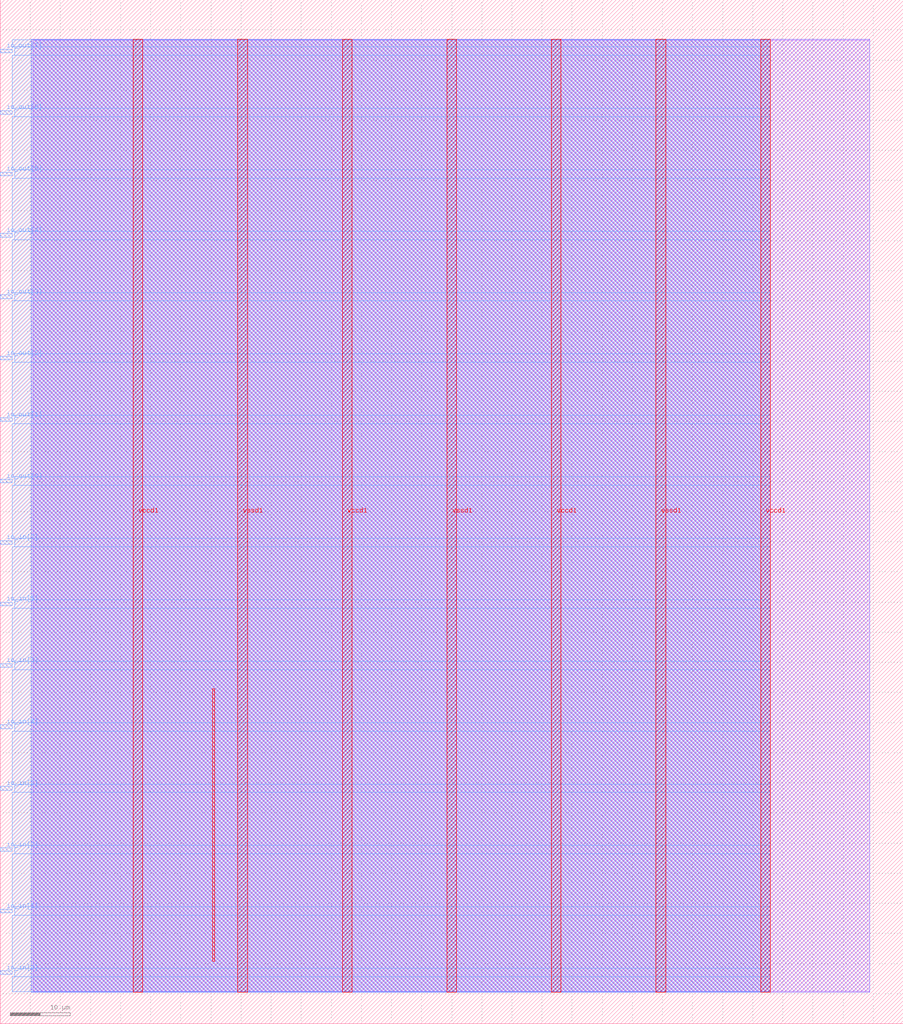
<source format=lef>
VERSION 5.7 ;
  NOWIREEXTENSIONATPIN ON ;
  DIVIDERCHAR "/" ;
  BUSBITCHARS "[]" ;
MACRO thunderbird_taillight_ctrl
  CLASS BLOCK ;
  FOREIGN thunderbird_taillight_ctrl ;
  ORIGIN 0.000 0.000 ;
  SIZE 150.000 BY 170.000 ;
  PIN io_in[0]
    DIRECTION INPUT ;
    USE SIGNAL ;
    PORT
      LAYER met3 ;
        RECT 0.000 8.200 2.000 8.800 ;
    END
  END io_in[0]
  PIN io_in[1]
    DIRECTION INPUT ;
    USE SIGNAL ;
    PORT
      LAYER met3 ;
        RECT 0.000 18.400 2.000 19.000 ;
    END
  END io_in[1]
  PIN io_in[2]
    DIRECTION INPUT ;
    USE SIGNAL ;
    PORT
      LAYER met3 ;
        RECT 0.000 28.600 2.000 29.200 ;
    END
  END io_in[2]
  PIN io_in[3]
    DIRECTION INPUT ;
    USE SIGNAL ;
    PORT
      LAYER met3 ;
        RECT 0.000 38.800 2.000 39.400 ;
    END
  END io_in[3]
  PIN io_in[4]
    DIRECTION INPUT ;
    USE SIGNAL ;
    PORT
      LAYER met3 ;
        RECT 0.000 49.000 2.000 49.600 ;
    END
  END io_in[4]
  PIN io_in[5]
    DIRECTION INPUT ;
    USE SIGNAL ;
    PORT
      LAYER met3 ;
        RECT 0.000 59.200 2.000 59.800 ;
    END
  END io_in[5]
  PIN io_in[6]
    DIRECTION INPUT ;
    USE SIGNAL ;
    PORT
      LAYER met3 ;
        RECT 0.000 69.400 2.000 70.000 ;
    END
  END io_in[6]
  PIN io_in[7]
    DIRECTION INPUT ;
    USE SIGNAL ;
    PORT
      LAYER met3 ;
        RECT 0.000 79.600 2.000 80.200 ;
    END
  END io_in[7]
  PIN io_out[0]
    DIRECTION OUTPUT TRISTATE ;
    USE SIGNAL ;
    PORT
      LAYER met3 ;
        RECT 0.000 89.800 2.000 90.400 ;
    END
  END io_out[0]
  PIN io_out[1]
    DIRECTION OUTPUT TRISTATE ;
    USE SIGNAL ;
    PORT
      LAYER met3 ;
        RECT 0.000 100.000 2.000 100.600 ;
    END
  END io_out[1]
  PIN io_out[2]
    DIRECTION OUTPUT TRISTATE ;
    USE SIGNAL ;
    PORT
      LAYER met3 ;
        RECT 0.000 110.200 2.000 110.800 ;
    END
  END io_out[2]
  PIN io_out[3]
    DIRECTION OUTPUT TRISTATE ;
    USE SIGNAL ;
    PORT
      LAYER met3 ;
        RECT 0.000 120.400 2.000 121.000 ;
    END
  END io_out[3]
  PIN io_out[4]
    DIRECTION OUTPUT TRISTATE ;
    USE SIGNAL ;
    PORT
      LAYER met3 ;
        RECT 0.000 130.600 2.000 131.200 ;
    END
  END io_out[4]
  PIN io_out[5]
    DIRECTION OUTPUT TRISTATE ;
    USE SIGNAL ;
    PORT
      LAYER met3 ;
        RECT 0.000 140.800 2.000 141.400 ;
    END
  END io_out[5]
  PIN io_out[6]
    DIRECTION OUTPUT TRISTATE ;
    USE SIGNAL ;
    PORT
      LAYER met3 ;
        RECT 0.000 151.000 2.000 151.600 ;
    END
  END io_out[6]
  PIN io_out[7]
    DIRECTION OUTPUT TRISTATE ;
    USE SIGNAL ;
    PORT
      LAYER met3 ;
        RECT 0.000 161.200 2.000 161.800 ;
    END
  END io_out[7]
  PIN vccd1
    DIRECTION INOUT ;
    USE POWER ;
    PORT
      LAYER met4 ;
        RECT 22.090 5.200 23.690 163.440 ;
    END
    PORT
      LAYER met4 ;
        RECT 56.830 5.200 58.430 163.440 ;
    END
    PORT
      LAYER met4 ;
        RECT 91.570 5.200 93.170 163.440 ;
    END
    PORT
      LAYER met4 ;
        RECT 126.310 5.200 127.910 163.440 ;
    END
  END vccd1
  PIN vssd1
    DIRECTION INOUT ;
    USE GROUND ;
    PORT
      LAYER met4 ;
        RECT 39.460 5.200 41.060 163.440 ;
    END
    PORT
      LAYER met4 ;
        RECT 74.200 5.200 75.800 163.440 ;
    END
    PORT
      LAYER met4 ;
        RECT 108.940 5.200 110.540 163.440 ;
    END
  END vssd1
  OBS
      LAYER li1 ;
        RECT 5.520 5.355 144.440 163.285 ;
      LAYER met1 ;
        RECT 5.130 5.200 144.440 163.440 ;
      LAYER met2 ;
        RECT 5.160 5.255 127.880 163.385 ;
      LAYER met3 ;
        RECT 2.000 162.200 127.900 163.365 ;
        RECT 2.400 160.800 127.900 162.200 ;
        RECT 2.000 152.000 127.900 160.800 ;
        RECT 2.400 150.600 127.900 152.000 ;
        RECT 2.000 141.800 127.900 150.600 ;
        RECT 2.400 140.400 127.900 141.800 ;
        RECT 2.000 131.600 127.900 140.400 ;
        RECT 2.400 130.200 127.900 131.600 ;
        RECT 2.000 121.400 127.900 130.200 ;
        RECT 2.400 120.000 127.900 121.400 ;
        RECT 2.000 111.200 127.900 120.000 ;
        RECT 2.400 109.800 127.900 111.200 ;
        RECT 2.000 101.000 127.900 109.800 ;
        RECT 2.400 99.600 127.900 101.000 ;
        RECT 2.000 90.800 127.900 99.600 ;
        RECT 2.400 89.400 127.900 90.800 ;
        RECT 2.000 80.600 127.900 89.400 ;
        RECT 2.400 79.200 127.900 80.600 ;
        RECT 2.000 70.400 127.900 79.200 ;
        RECT 2.400 69.000 127.900 70.400 ;
        RECT 2.000 60.200 127.900 69.000 ;
        RECT 2.400 58.800 127.900 60.200 ;
        RECT 2.000 50.000 127.900 58.800 ;
        RECT 2.400 48.600 127.900 50.000 ;
        RECT 2.000 39.800 127.900 48.600 ;
        RECT 2.400 38.400 127.900 39.800 ;
        RECT 2.000 29.600 127.900 38.400 ;
        RECT 2.400 28.200 127.900 29.600 ;
        RECT 2.000 19.400 127.900 28.200 ;
        RECT 2.400 18.000 127.900 19.400 ;
        RECT 2.000 9.200 127.900 18.000 ;
        RECT 2.400 7.800 127.900 9.200 ;
        RECT 2.000 5.275 127.900 7.800 ;
      LAYER met4 ;
        RECT 35.255 10.375 35.585 55.585 ;
  END
END thunderbird_taillight_ctrl
END LIBRARY


</source>
